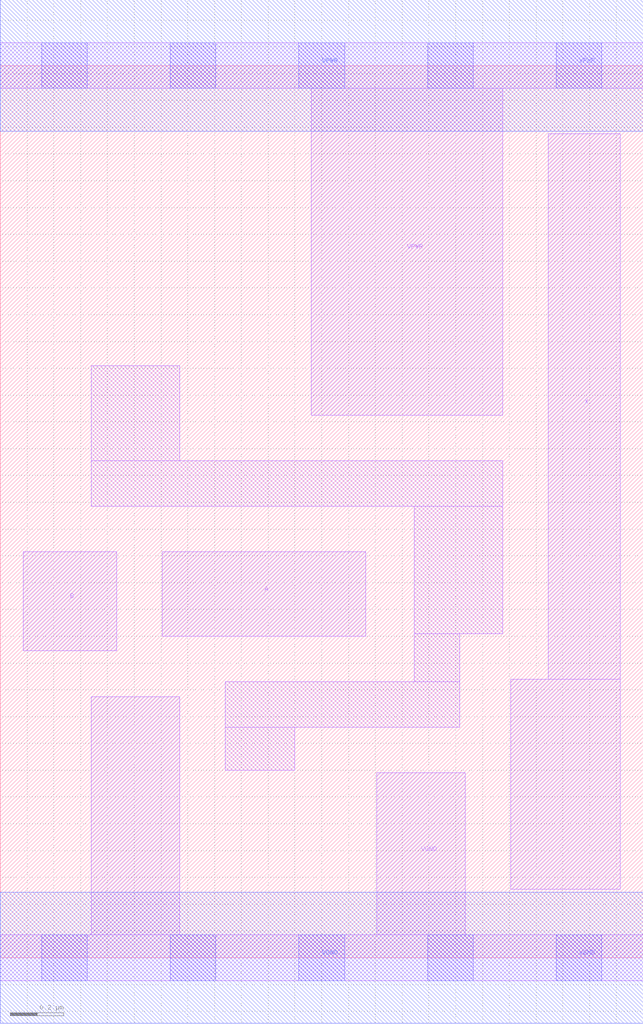
<source format=lef>
# Copyright 2020 The SkyWater PDK Authors
#
# Licensed under the Apache License, Version 2.0 (the "License");
# you may not use this file except in compliance with the License.
# You may obtain a copy of the License at
#
#     https://www.apache.org/licenses/LICENSE-2.0
#
# Unless required by applicable law or agreed to in writing, software
# distributed under the License is distributed on an "AS IS" BASIS,
# WITHOUT WARRANTIES OR CONDITIONS OF ANY KIND, either express or implied.
# See the License for the specific language governing permissions and
# limitations under the License.
#
# SPDX-License-Identifier: Apache-2.0

VERSION 5.7 ;
  NAMESCASESENSITIVE ON ;
  NOWIREEXTENSIONATPIN ON ;
  DIVIDERCHAR "/" ;
  BUSBITCHARS "[]" ;
UNITS
  DATABASE MICRONS 200 ;
END UNITS
MACRO sky130_fd_sc_lp__or2_1
  CLASS CORE ;
  SOURCE USER ;
  FOREIGN sky130_fd_sc_lp__or2_1 ;
  ORIGIN  0.000000  0.000000 ;
  SIZE  2.400000 BY  3.330000 ;
  SYMMETRY X Y R90 ;
  SITE unit ;
  PIN A
    ANTENNAGATEAREA  0.126000 ;
    DIRECTION INPUT ;
    USE SIGNAL ;
    PORT
      LAYER li1 ;
        RECT 0.605000 1.200000 1.365000 1.515000 ;
    END
  END A
  PIN B
    ANTENNAGATEAREA  0.126000 ;
    DIRECTION INPUT ;
    USE SIGNAL ;
    PORT
      LAYER li1 ;
        RECT 0.085000 1.145000 0.435000 1.515000 ;
    END
  END B
  PIN X
    ANTENNADIFFAREA  0.556500 ;
    DIRECTION OUTPUT ;
    USE SIGNAL ;
    PORT
      LAYER li1 ;
        RECT 1.905000 0.255000 2.315000 1.040000 ;
        RECT 2.045000 1.040000 2.315000 3.075000 ;
    END
  END X
  PIN VGND
    DIRECTION INOUT ;
    USE GROUND ;
    PORT
      LAYER li1 ;
        RECT 0.000000 -0.085000 2.400000 0.085000 ;
        RECT 0.340000  0.085000 0.670000 0.975000 ;
        RECT 1.405000  0.085000 1.735000 0.690000 ;
      LAYER mcon ;
        RECT 0.155000 -0.085000 0.325000 0.085000 ;
        RECT 0.635000 -0.085000 0.805000 0.085000 ;
        RECT 1.115000 -0.085000 1.285000 0.085000 ;
        RECT 1.595000 -0.085000 1.765000 0.085000 ;
        RECT 2.075000 -0.085000 2.245000 0.085000 ;
      LAYER met1 ;
        RECT 0.000000 -0.245000 2.400000 0.245000 ;
    END
  END VGND
  PIN VPWR
    DIRECTION INOUT ;
    USE POWER ;
    PORT
      LAYER li1 ;
        RECT 0.000000 3.245000 2.400000 3.415000 ;
        RECT 1.160000 2.025000 1.875000 3.245000 ;
      LAYER mcon ;
        RECT 0.155000 3.245000 0.325000 3.415000 ;
        RECT 0.635000 3.245000 0.805000 3.415000 ;
        RECT 1.115000 3.245000 1.285000 3.415000 ;
        RECT 1.595000 3.245000 1.765000 3.415000 ;
        RECT 2.075000 3.245000 2.245000 3.415000 ;
      LAYER met1 ;
        RECT 0.000000 3.085000 2.400000 3.575000 ;
    END
  END VPWR
  OBS
    LAYER li1 ;
      RECT 0.340000 1.685000 1.875000 1.855000 ;
      RECT 0.340000 1.855000 0.670000 2.210000 ;
      RECT 0.840000 0.700000 1.100000 0.860000 ;
      RECT 0.840000 0.860000 1.715000 1.030000 ;
      RECT 1.545000 1.030000 1.715000 1.210000 ;
      RECT 1.545000 1.210000 1.875000 1.685000 ;
  END
END sky130_fd_sc_lp__or2_1

</source>
